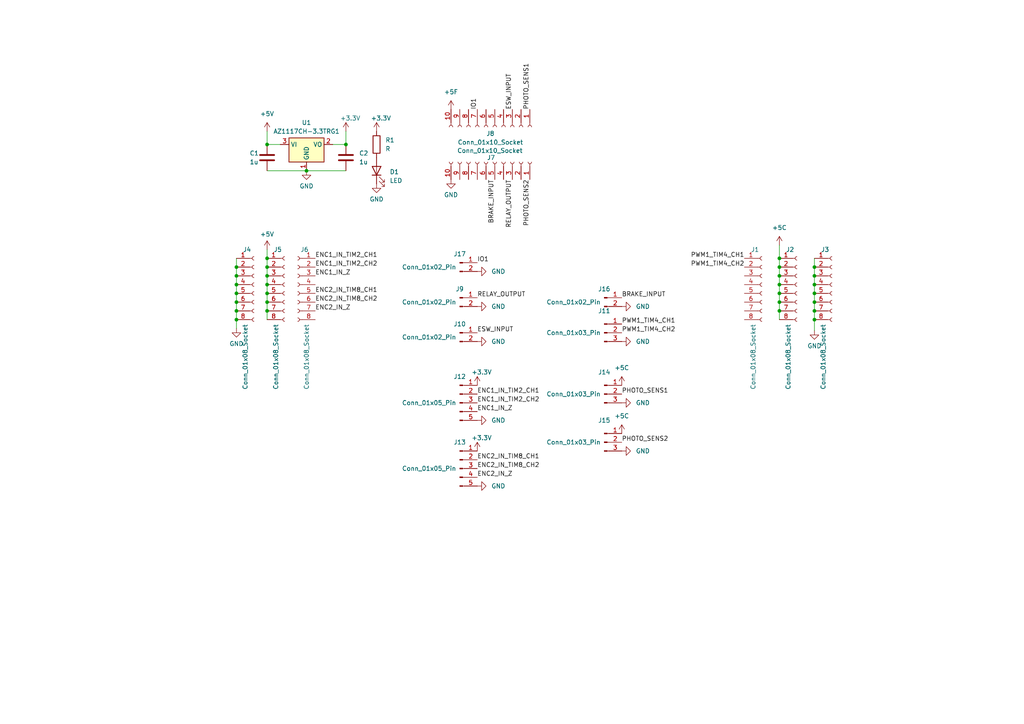
<source format=kicad_sch>
(kicad_sch (version 20230121) (generator eeschema)
  (paper "A4")
  (lib_symbols
    (symbol "Connector:Conn_01x02_Pin" (pin_names (offset 1.016) hide)
      (property "Reference" "J" (at 0 2.54 0))
      (property "Value" "Conn_01x02_Pin" (at 0 -5.08 0))
      (symbol "Conn_01x02_Pin_1_1"
        (polyline (pts (xy 1.27 -2.54) (xy 0.8636 -2.54)) (stroke (width 0.1524)))
        (polyline (pts (xy 1.27 0) (xy 0.8636 0)) (stroke (width 0.1524)))
        (rectangle (start 0.8636 -2.413) (end 0 -2.667) (stroke (width 0.1524)) (fill (type outline)))
        (rectangle (start 0.8636 0.127) (end 0 -0.127) (stroke (width 0.1524)) (fill (type outline)))
        (pin passive line (at 5.08 0 180) (length 3.81) (name "Pin_1") (number "1"))
        (pin passive line (at 5.08 -2.54 180) (length 3.81) (name "Pin_2") (number "2"))
      )
    )
    (symbol "Connector:Conn_01x03_Pin" (pin_names (offset 1.016) hide)
      (property "Reference" "J" (at 0 5.08 0))
      (property "Value" "Conn_01x03_Pin" (at 0 -5.08 0))
      (symbol "Conn_01x03_Pin_1_1"
        (polyline (pts (xy 1.27 -2.54) (xy 0.8636 -2.54)) (stroke (width 0.1524)))
        (polyline (pts (xy 1.27 0) (xy 0.8636 0)) (stroke (width 0.1524)))
        (polyline (pts (xy 1.27 2.54) (xy 0.8636 2.54)) (stroke (width 0.1524)))
        (rectangle (start 0.8636 -2.413) (end 0 -2.667) (stroke (width 0.1524)) (fill (type outline)))
        (rectangle (start 0.8636 0.127) (end 0 -0.127) (stroke (width 0.1524)) (fill (type outline)))
        (rectangle (start 0.8636 2.667) (end 0 2.413) (stroke (width 0.1524)) (fill (type outline)))
        (pin passive line (at 5.08 2.54 180) (length 3.81) (name "Pin_1") (number "1"))
        (pin passive line (at 5.08 0 180) (length 3.81) (name "Pin_2") (number "2"))
        (pin passive line (at 5.08 -2.54 180) (length 3.81) (name "Pin_3") (number "3"))
      )
    )
    (symbol "Connector:Conn_01x05_Pin" (pin_names (offset 1.016) hide)
      (property "Reference" "J" (at 0 7.62 0))
      (property "Value" "Conn_01x05_Pin" (at 0 -7.62 0))
      (symbol "Conn_01x05_Pin_1_1"
        (polyline (pts (xy 1.27 -5.08) (xy 0.8636 -5.08)) (stroke (width 0.1524)))
        (polyline (pts (xy 1.27 -2.54) (xy 0.8636 -2.54)) (stroke (width 0.1524)))
        (polyline (pts (xy 1.27 0) (xy 0.8636 0)) (stroke (width 0.1524)))
        (polyline (pts (xy 1.27 2.54) (xy 0.8636 2.54)) (stroke (width 0.1524)))
        (polyline (pts (xy 1.27 5.08) (xy 0.8636 5.08)) (stroke (width 0.1524)))
        (rectangle (start 0.8636 -4.953) (end 0 -5.207) (stroke (width 0.1524)) (fill (type outline)))
        (rectangle (start 0.8636 -2.413) (end 0 -2.667) (stroke (width 0.1524)) (fill (type outline)))
        (rectangle (start 0.8636 0.127) (end 0 -0.127) (stroke (width 0.1524)) (fill (type outline)))
        (rectangle (start 0.8636 2.667) (end 0 2.413) (stroke (width 0.1524)) (fill (type outline)))
        (rectangle (start 0.8636 5.207) (end 0 4.953) (stroke (width 0.1524)) (fill (type outline)))
        (pin passive line (at 5.08 5.08 180) (length 3.81) (name "Pin_1") (number "1"))
        (pin passive line (at 5.08 2.54 180) (length 3.81) (name "Pin_2") (number "2"))
        (pin passive line (at 5.08 0 180) (length 3.81) (name "Pin_3") (number "3"))
        (pin passive line (at 5.08 -2.54 180) (length 3.81) (name "Pin_4") (number "4"))
        (pin passive line (at 5.08 -5.08 180) (length 3.81) (name "Pin_5") (number "5"))
      )
    )
    (symbol "Connector:Conn_01x08_Socket" (pin_names (offset 1.016) hide)
      (property "Reference" "J" (at 0 10.16 0))
      (property "Value" "Conn_01x08_Socket" (at 0 -12.7 0))
      (symbol "Conn_01x08_Socket_1_1"
        (arc (start 0 -9.652) (mid -0.5058 -10.16) (end 0 -10.668) (stroke (width 0.1524)))
        (arc (start 0 -7.112) (mid -0.5058 -7.62) (end 0 -8.128) (stroke (width 0.1524)))
        (arc (start 0 -4.572) (mid -0.5058 -5.08) (end 0 -5.588) (stroke (width 0.1524)))
        (arc (start 0 -2.032) (mid -0.5058 -2.54) (end 0 -3.048) (stroke (width 0.1524)))
        (polyline (pts (xy -1.27 -10.16) (xy -0.508 -10.16)) (stroke (width 0.1524)))
        (polyline (pts (xy -1.27 -7.62) (xy -0.508 -7.62)) (stroke (width 0.1524)))
        (polyline (pts (xy -1.27 -5.08) (xy -0.508 -5.08)) (stroke (width 0.1524)))
        (polyline (pts (xy -1.27 -2.54) (xy -0.508 -2.54)) (stroke (width 0.1524)))
        (polyline (pts (xy -1.27 0) (xy -0.508 0)) (stroke (width 0.1524)))
        (polyline (pts (xy -1.27 2.54) (xy -0.508 2.54)) (stroke (width 0.1524)))
        (polyline (pts (xy -1.27 5.08) (xy -0.508 5.08)) (stroke (width 0.1524)))
        (polyline (pts (xy -1.27 7.62) (xy -0.508 7.62)) (stroke (width 0.1524)))
        (arc (start 0 0.508) (mid -0.5058 0) (end 0 -0.508) (stroke (width 0.1524)))
        (arc (start 0 3.048) (mid -0.5058 2.54) (end 0 2.032) (stroke (width 0.1524)))
        (arc (start 0 5.588) (mid -0.5058 5.08) (end 0 4.572) (stroke (width 0.1524)))
        (arc (start 0 8.128) (mid -0.5058 7.62) (end 0 7.112) (stroke (width 0.1524)))
        (pin passive line (at -5.08 7.62 0) (length 3.81) (name "Pin_1") (number "1"))
        (pin passive line (at -5.08 5.08 0) (length 3.81) (name "Pin_2") (number "2"))
        (pin passive line (at -5.08 2.54 0) (length 3.81) (name "Pin_3") (number "3"))
        (pin passive line (at -5.08 0 0) (length 3.81) (name "Pin_4") (number "4"))
        (pin passive line (at -5.08 -2.54 0) (length 3.81) (name "Pin_5") (number "5"))
        (pin passive line (at -5.08 -5.08 0) (length 3.81) (name "Pin_6") (number "6"))
        (pin passive line (at -5.08 -7.62 0) (length 3.81) (name "Pin_7") (number "7"))
        (pin passive line (at -5.08 -10.16 0) (length 3.81) (name "Pin_8") (number "8"))
      )
    )
    (symbol "Connector:Conn_01x10_Socket" (pin_names (offset 1.016) hide)
      (property "Reference" "J" (at 0 12.7 0))
      (property "Value" "Conn_01x10_Socket" (at 0 -15.24 0))
      (symbol "Conn_01x10_Socket_1_1"
        (arc (start 0 -12.192) (mid -0.5058 -12.7) (end 0 -13.208) (stroke (width 0.1524)))
        (arc (start 0 -9.652) (mid -0.5058 -10.16) (end 0 -10.668) (stroke (width 0.1524)))
        (arc (start 0 -7.112) (mid -0.5058 -7.62) (end 0 -8.128) (stroke (width 0.1524)))
        (arc (start 0 -4.572) (mid -0.5058 -5.08) (end 0 -5.588) (stroke (width 0.1524)))
        (arc (start 0 -2.032) (mid -0.5058 -2.54) (end 0 -3.048) (stroke (width 0.1524)))
        (polyline (pts (xy -1.27 -12.7) (xy -0.508 -12.7)) (stroke (width 0.1524)))
        (polyline (pts (xy -1.27 -10.16) (xy -0.508 -10.16)) (stroke (width 0.1524)))
        (polyline (pts (xy -1.27 -7.62) (xy -0.508 -7.62)) (stroke (width 0.1524)))
        (polyline (pts (xy -1.27 -5.08) (xy -0.508 -5.08)) (stroke (width 0.1524)))
        (polyline (pts (xy -1.27 -2.54) (xy -0.508 -2.54)) (stroke (width 0.1524)))
        (polyline (pts (xy -1.27 0) (xy -0.508 0)) (stroke (width 0.1524)))
        (polyline (pts (xy -1.27 2.54) (xy -0.508 2.54)) (stroke (width 0.1524)))
        (polyline (pts (xy -1.27 5.08) (xy -0.508 5.08)) (stroke (width 0.1524)))
        (polyline (pts (xy -1.27 7.62) (xy -0.508 7.62)) (stroke (width 0.1524)))
        (polyline (pts (xy -1.27 10.16) (xy -0.508 10.16)) (stroke (width 0.1524)))
        (arc (start 0 0.508) (mid -0.5058 0) (end 0 -0.508) (stroke (width 0.1524)))
        (arc (start 0 3.048) (mid -0.5058 2.54) (end 0 2.032) (stroke (width 0.1524)))
        (arc (start 0 5.588) (mid -0.5058 5.08) (end 0 4.572) (stroke (width 0.1524)))
        (arc (start 0 8.128) (mid -0.5058 7.62) (end 0 7.112) (stroke (width 0.1524)))
        (arc (start 0 10.668) (mid -0.5058 10.16) (end 0 9.652) (stroke (width 0.1524)))
        (pin passive line (at -5.08 10.16 0) (length 3.81) (name "Pin_1") (number "1"))
        (pin passive line (at -5.08 -12.7 0) (length 3.81) (name "Pin_10") (number "10"))
        (pin passive line (at -5.08 7.62 0) (length 3.81) (name "Pin_2") (number "2"))
        (pin passive line (at -5.08 5.08 0) (length 3.81) (name "Pin_3") (number "3"))
        (pin passive line (at -5.08 2.54 0) (length 3.81) (name "Pin_4") (number "4"))
        (pin passive line (at -5.08 0 0) (length 3.81) (name "Pin_5") (number "5"))
        (pin passive line (at -5.08 -2.54 0) (length 3.81) (name "Pin_6") (number "6"))
        (pin passive line (at -5.08 -5.08 0) (length 3.81) (name "Pin_7") (number "7"))
        (pin passive line (at -5.08 -7.62 0) (length 3.81) (name "Pin_8") (number "8"))
        (pin passive line (at -5.08 -10.16 0) (length 3.81) (name "Pin_9") (number "9"))
      )
    )
    (symbol "Device:C" (pin_numbers hide) (pin_names (offset 0.254))
      (property "Reference" "C" (at 0.635 2.54 0))
      (property "Value" "C" (at 0.635 -2.54 0))
      (symbol "C_0_1"
        (polyline (pts (xy -2.032 -0.762) (xy 2.032 -0.762)) (stroke (width 0.508)))
        (polyline (pts (xy -2.032 0.762) (xy 2.032 0.762)) (stroke (width 0.508)))
      )
      (symbol "C_1_1"
        (pin passive line (at 0 3.81 270) (length 2.794) (name "~") (number "1"))
        (pin passive line (at 0 -3.81 90) (length 2.794) (name "~") (number "2"))
      )
    )
    (symbol "Device:LED" (pin_numbers hide) (pin_names (offset 1.016) hide)
      (property "Reference" "D" (at 0 2.54 0))
      (property "Value" "LED" (at 0 -2.54 0))
      (symbol "LED_0_1"
        (polyline (pts (xy -1.27 -1.27) (xy -1.27 1.27)) (stroke (width 0.254)))
        (polyline (pts (xy -1.27 0) (xy 1.27 0)))
        (polyline (pts (xy 1.27 -1.27) (xy 1.27 1.27) (xy -1.27 0) (xy 1.27 -1.27)) (stroke (width 0.254)))
        (polyline (pts (xy -3.048 -0.762) (xy -4.572 -2.286) (xy -3.81 -2.286) (xy -4.572 -2.286) (xy -4.572 -1.524)))
        (polyline (pts (xy -1.778 -0.762) (xy -3.302 -2.286) (xy -2.54 -2.286) (xy -3.302 -2.286) (xy -3.302 -1.524)))
      )
      (symbol "LED_1_1"
        (pin passive line (at -3.81 0 0) (length 2.54) (name "K") (number "1"))
        (pin passive line (at 3.81 0 180) (length 2.54) (name "A") (number "2"))
      )
    )
    (symbol "Device:R" (pin_numbers hide) (pin_names (offset 0))
      (property "Reference" "R" (at 2.032 0 90))
      (property "Value" "R" (at 0 0 90))
      (symbol "R_0_1"
        (rectangle (start -1.016 -2.54) (end 1.016 2.54) (stroke (width 0.254)))
      )
      (symbol "R_1_1"
        (pin passive line (at 0 3.81 270) (length 1.27) (name "~") (number "1"))
        (pin passive line (at 0 -3.81 90) (length 1.27) (name "~") (number "2"))
      )
    )
    (symbol "Regulator_Linear:AMS1117-3.3"
      (property "Reference" "U" (at -3.81 3.175 0))
      (property "Value" "AMS1117-3.3" (at 0 3.175 0))
      (symbol "AMS1117-3.3_0_1"
        (rectangle (start -5.08 -5.08) (end 5.08 1.905) (stroke (width 0.254)) (fill (type background)))
      )
      (symbol "AMS1117-3.3_1_1"
        (pin power_in line (at 0 -7.62 90) (length 2.54) (name "GND") (number "1"))
        (pin power_out line (at 7.62 0 180) (length 2.54) (name "VO") (number "2"))
        (pin power_in line (at -7.62 0 0) (length 2.54) (name "VI") (number "3"))
      )
    )
    (symbol "power:+3.3V" (power) (pin_names (offset 0))
      (property "Value" "+3.3V" (at 0 3.556 0))
      (symbol "+3.3V_0_1"
        (polyline (pts (xy -0.762 1.27) (xy 0 2.54)))
        (polyline (pts (xy 0 0) (xy 0 2.54)))
        (polyline (pts (xy 0 2.54) (xy 0.762 1.27)))
      )
      (symbol "+3.3V_1_1"
        (pin power_in line (at 0 0 90) (length 0) hide (name "+3.3V") (number "1"))
      )
    )
    (symbol "power:+5C" (power) (pin_names (offset 0))
      (property "Value" "+5C" (at 0 3.556 0))
      (symbol "+5C_0_1"
        (polyline (pts (xy -0.762 1.27) (xy 0 2.54)))
        (polyline (pts (xy 0 0) (xy 0 2.54)))
        (polyline (pts (xy 0 2.54) (xy 0.762 1.27)))
      )
      (symbol "+5C_1_1"
        (pin power_in line (at 0 0 90) (length 0) hide (name "+5C") (number "1"))
      )
    )
    (symbol "power:+5F" (power) (pin_names (offset 0))
      (property "Value" "+5F" (at 0 3.556 0))
      (symbol "+5F_0_1"
        (polyline (pts (xy -0.762 1.27) (xy 0 2.54)))
        (polyline (pts (xy 0 0) (xy 0 2.54)))
        (polyline (pts (xy 0 2.54) (xy 0.762 1.27)))
      )
      (symbol "+5F_1_1"
        (pin power_in line (at 0 0 90) (length 0) hide (name "+5F") (number "1"))
      )
    )
    (symbol "power:+5V" (power) (pin_names (offset 0))
      (property "Value" "+5V" (at 0 3.556 0))
      (symbol "+5V_0_1"
        (polyline (pts (xy -0.762 1.27) (xy 0 2.54)))
        (polyline (pts (xy 0 0) (xy 0 2.54)))
        (polyline (pts (xy 0 2.54) (xy 0.762 1.27)))
      )
      (symbol "+5V_1_1"
        (pin power_in line (at 0 0 90) (length 0) hide (name "+5V") (number "1"))
      )
    )
    (symbol "power:GND" (power) (pin_names (offset 0))
      (property "Value" "GND" (at 0 -3.81 0))
      (symbol "GND_0_1"
        (polyline (pts (xy 0 0) (xy 0 -1.27) (xy 1.27 -1.27) (xy 0 -2.54) (xy -1.27 -1.27) (xy 0 -1.27)))
      )
      (symbol "GND_1_1"
        (pin power_in line (at 0 0 270) (length 0) hide (name "GND") (number "1"))
      )
    )
  )
  (junction (at 236.22 80.01))
  (junction (at 88.9 49.53))
  (junction (at 236.22 82.55))
  (junction (at 77.47 74.93))
  (junction (at 68.58 85.09))
  (junction (at 236.22 77.47))
  (junction (at 226.06 77.47))
  (junction (at 77.47 85.09))
  (junction (at 226.06 90.17))
  (junction (at 226.06 80.01))
  (junction (at 77.47 80.01))
  (junction (at 236.22 90.17))
  (junction (at 226.06 74.93))
  (junction (at 236.22 92.71))
  (junction (at 226.06 82.55))
  (junction (at 68.58 80.01))
  (junction (at 77.47 77.47))
  (junction (at 226.06 85.09))
  (junction (at 77.47 90.17))
  (junction (at 236.22 87.63))
  (junction (at 68.58 92.71))
  (junction (at 68.58 90.17))
  (junction (at 77.47 41.91))
  (junction (at 68.58 82.55))
  (junction (at 77.47 87.63))
  (junction (at 68.58 87.63))
  (junction (at 100.33 41.91))
  (junction (at 236.22 85.09))
  (junction (at 77.47 82.55))
  (junction (at 68.58 77.47))
  (junction (at 226.06 87.63))
  (wire (pts (xy 68.58 74.93) (xy 68.58 77.47)))
  (wire (pts (xy 68.58 87.63) (xy 68.58 90.17)))
  (wire (pts (xy 226.06 90.17) (xy 226.06 92.71)))
  (wire (pts (xy 236.22 87.63) (xy 236.22 90.17)))
  (wire (pts (xy 77.47 38.1) (xy 77.47 41.91)))
  (wire (pts (xy 236.22 82.55) (xy 236.22 85.09)))
  (wire (pts (xy 226.06 85.09) (xy 226.06 87.63)))
  (wire (pts (xy 88.9 49.53) (xy 100.33 49.53)))
  (wire (pts (xy 77.47 74.93) (xy 77.47 77.47)))
  (wire (pts (xy 226.06 82.55) (xy 226.06 85.09)))
  (wire (pts (xy 68.58 90.17) (xy 68.58 92.71)))
  (wire (pts (xy 236.22 77.47) (xy 236.22 80.01)))
  (wire (pts (xy 226.06 87.63) (xy 226.06 90.17)))
  (wire (pts (xy 77.47 74.93) (xy 77.47 72.39)))
  (wire (pts (xy 77.47 77.47) (xy 77.47 80.01)))
  (wire (pts (xy 68.58 92.71) (xy 68.58 95.25)))
  (wire (pts (xy 77.47 90.17) (xy 77.47 87.63)))
  (wire (pts (xy 68.58 77.47) (xy 68.58 80.01)))
  (wire (pts (xy 226.06 74.93) (xy 226.06 77.47)))
  (wire (pts (xy 226.06 77.47) (xy 226.06 80.01)))
  (wire (pts (xy 236.22 90.17) (xy 236.22 92.71)))
  (wire (pts (xy 96.52 41.91) (xy 100.33 41.91)))
  (wire (pts (xy 236.22 92.71) (xy 236.22 95.885)))
  (wire (pts (xy 236.22 85.09) (xy 236.22 87.63)))
  (wire (pts (xy 226.06 71.12) (xy 226.06 74.93)))
  (wire (pts (xy 100.33 41.91) (xy 100.33 38.1)))
  (wire (pts (xy 77.47 90.17) (xy 77.47 92.71)))
  (wire (pts (xy 77.47 87.63) (xy 77.47 85.09)))
  (wire (pts (xy 236.22 74.93) (xy 236.22 77.47)))
  (wire (pts (xy 77.47 85.09) (xy 77.47 82.55)))
  (wire (pts (xy 226.06 80.01) (xy 226.06 82.55)))
  (wire (pts (xy 68.58 82.55) (xy 68.58 85.09)))
  (wire (pts (xy 68.58 85.09) (xy 68.58 87.63)))
  (wire (pts (xy 236.22 80.01) (xy 236.22 82.55)))
  (wire (pts (xy 68.58 80.01) (xy 68.58 82.55)))
  (wire (pts (xy 77.47 80.01) (xy 77.47 82.55)))
  (wire (pts (xy 77.47 49.53) (xy 88.9 49.53)))
  (wire (pts (xy 77.47 41.91) (xy 81.28 41.91)))
  (label "ENC2_IN_Z" (at 138.43 138.43 0))
  (label "ENC2_IN_Z" (at 91.44 90.17 0))
  (label "IO1" (at 138.43 76.2 0))
  (label "PHOTO_SENS2" (at 180.34 128.27 0))
  (label "ENC2_IN_TIM8_CH2" (at 138.43 135.89 0))
  (label "ENC2_IN_TIM8_CH2" (at 91.44 87.63 0))
  (label "RELAY_OUTPUT" (at 148.59 52.07 270))
  (label "PWM1_TIM4_CH1" (at 215.9 74.93 180))
  (label "ESW_INPUT" (at 138.43 96.52 0))
  (label "ENC1_IN_TIM2_CH1" (at 91.44 74.93 0))
  (label "ESW_INPUT" (at 148.59 31.75 90))
  (label "BRAKE_INPUT" (at 180.34 86.36 0))
  (label "ENC1_IN_Z" (at 138.43 119.38 0))
  (label "PHOTO_SENS1" (at 180.34 114.3 0))
  (label "ENC1_IN_TIM2_CH1" (at 138.43 114.3 0))
  (label "ENC1_IN_TIM2_CH2" (at 138.43 116.84 0))
  (label "ENC1_IN_TIM2_CH2" (at 91.44 77.47 0))
  (label "PWM1_TIM4_CH2" (at 215.9 77.47 180))
  (label "IO1" (at 138.43 31.75 90))
  (label "ENC1_IN_Z" (at 91.44 80.01 0))
  (label "PWM1_TIM4_CH2" (at 180.34 96.52 0))
  (label "ENC2_IN_TIM8_CH1" (at 138.43 133.35 0))
  (label "PHOTO_SENS1" (at 153.67 31.75 90))
  (label "PWM1_TIM4_CH1" (at 180.34 93.98 0))
  (label "BRAKE_INPUT" (at 143.51 52.07 270))
  (label "PHOTO_SENS2" (at 153.67 52.07 270))
  (label "ENC2_IN_TIM8_CH1" (at 91.44 85.09 0))
  (label "RELAY_OUTPUT" (at 138.43 86.36 0))
  (symbol (lib_id "power:+5V") (at 77.47 38.1 0) (unit 1)
    (property "Reference" "#PWR014" (effects hide))
    (property "Value" "+5V" (at 77.47 33.02 0))
  )
  (symbol (lib_id "power:GND") (at 180.34 88.9 90) (unit 1)
    (property "Reference" "#PWR023" (effects hide))
    (property "Value" "GND" (at 184.404 88.9 90) (effects (justify right)))
  )
  (symbol (lib_id "power:+3.3V") (at 100.33 38.1 0) (unit 1)
    (property "Reference" "#PWR015" (effects hide))
    (property "Value" "+3.3V" (at 101.6 34.29 0))
  )
  (symbol (lib_id "Device:C") (at 100.33 45.72 0) (unit 1)
    (property "Reference" "C2" (at 104.14 44.45 0) (effects (justify left)))
    (property "Value" "1u" (at 104.14 46.99 0) (effects (justify left)))
    (property "Footprint" "Capacitor_SMD:C_0402_1005Metric" (effects hide))
  )
  (symbol (lib_id "Connector:Conn_01x08_Socket") (at 73.66 82.55 0) (unit 1)
    (property "Reference" "J4" (at 70.485 72.39 0) (effects (justify left)))
    (property "Value" "Conn_01x08_Socket" (at 71.12 113.03 90) (effects (justify left)))
    (property "Footprint" "Connector_PinHeader_2.54mm:PinHeader_1x08_P2.54mm_Vertical" (effects hide))
  )
  (symbol (lib_id "Connector:Conn_01x03_Pin") (at 175.26 114.3 0) (unit 1)
    (property "Reference" "J14" (at 175.26 107.95 0))
    (property "Value" "Conn_01x03_Pin" (at 166.37 114.3 0))
    (property "Footprint" "Connector_JST:JST_XH_B3B-XH-A_1x03_P2.50mm_Vertical" (effects hide))
  )
  (symbol (lib_id "power:GND") (at 138.43 121.92 90) (unit 1)
    (property "Reference" "#PWR09" (effects hide))
    (property "Value" "GND" (at 142.494 121.92 90) (effects (justify right)))
  )
  (symbol (lib_id "Regulator_Linear:AMS1117-3.3") (at 88.9 41.91 0) (unit 1)
    (property "Reference" "U1" (at 88.9 35.56 0))
    (property "Value" "AZ1117CH-3.3TRG1" (at 88.9 38.1 0))
    (property "Footprint" "Package_TO_SOT_SMD:SOT-223-3_TabPin2" (effects hide))
    (property "Datasheet" "https://akizukidenshi.com/download/ds/diodeinc/AZ1117C.pdf" (effects hide))
    (property "order_URL" "https://akizukidenshi.com/catalog/g/gI-16155/" (effects hide))
  )
  (symbol (lib_id "power:GND") (at 138.43 78.74 90) (unit 1)
    (property "Reference" "#PWR021" (effects hide))
    (property "Value" "GND" (at 142.494 78.74 90) (effects (justify right)))
  )
  (symbol (lib_id "power:GND") (at 180.34 99.06 90) (unit 1)
    (property "Reference" "#PWR011" (effects hide))
    (property "Value" "GND" (at 184.404 99.06 90) (effects (justify right)))
  )
  (symbol (lib_id "Connector:Conn_01x08_Socket") (at 86.36 82.55 0) (mirror y) (unit 1)
    (property "Reference" "J6" (at 89.535 72.39 0) (effects (justify left)))
    (property "Value" "Conn_01x08_Socket" (at 88.9 113.03 90) (effects (justify left)))
    (property "Footprint" "Connector_PinHeader_2.54mm:PinHeader_1x08_P2.54mm_Vertical" (effects hide))
  )
  (symbol (lib_id "Connector:Conn_01x08_Socket") (at 82.55 82.55 0) (unit 1)
    (property "Reference" "J5" (at 79.375 72.39 0) (effects (justify left)))
    (property "Value" "Conn_01x08_Socket" (at 80.01 113.03 90) (effects (justify left)))
    (property "Footprint" "Connector_PinHeader_2.54mm:PinHeader_1x08_P2.54mm_Vertical" (effects hide))
  )
  (symbol (lib_id "power:+3.3V") (at 138.43 111.76 0) (unit 1)
    (property "Reference" "#PWR012" (effects hide))
    (property "Value" "+3.3V" (at 139.7 107.95 0))
  )
  (symbol (lib_id "power:GND") (at 236.22 95.885 0) (unit 1)
    (property "Reference" "#PWR01" (effects hide))
    (property "Value" "GND" (at 236.22 100.33 0))
  )
  (symbol (lib_id "power:+5C") (at 226.06 71.12 0) (unit 1)
    (property "Reference" "#PWR024" (effects hide))
    (property "Value" "+5C" (at 226.06 66.04 0))
  )
  (symbol (lib_id "Connector:Conn_01x10_Socket") (at 143.51 46.99 270) (mirror x) (unit 1)
    (property "Reference" "J7" (at 141.224 45.72 90) (effects (justify left)))
    (property "Value" "Conn_01x10_Socket" (at 132.588 43.688 90) (effects (justify left)))
    (property "Footprint" "Connector_PinHeader_2.54mm:PinHeader_1x10_P2.54mm_Vertical" (effects hide))
  )
  (symbol (lib_id "Connector:Conn_01x03_Pin") (at 175.26 128.27 0) (unit 1)
    (property "Reference" "J15" (at 175.26 121.92 0))
    (property "Value" "Conn_01x03_Pin" (at 166.37 128.27 0))
    (property "Footprint" "Connector_JST:JST_XH_B3B-XH-A_1x03_P2.50mm_Vertical" (effects hide))
  )
  (symbol (lib_id "Connector:Conn_01x03_Pin") (at 175.26 96.52 0) (unit 1)
    (property "Reference" "J11" (at 175.26 90.17 0))
    (property "Value" "Conn_01x03_Pin" (at 166.37 96.52 0))
    (property "Footprint" "Connector_JST:JST_XH_B3B-XH-A_1x03_P2.50mm_Vertical" (effects hide))
  )
  (symbol (lib_id "power:GND") (at 109.22 53.34 0) (unit 1)
    (property "Reference" "#PWR018" (effects hide))
    (property "Value" "GND" (at 109.22 57.785 0))
  )
  (symbol (lib_id "Connector:Conn_01x05_Pin") (at 133.35 116.84 0) (unit 1)
    (property "Reference" "J12" (at 133.35 109.22 0))
    (property "Value" "Conn_01x05_Pin" (at 124.46 116.84 0))
    (property "Footprint" "Connector_JST:JST_XH_B5B-XH-A_1x05_P2.50mm_Vertical" (effects hide))
  )
  (symbol (lib_id "Device:R") (at 109.22 41.91 0) (unit 1)
    (property "Reference" "R1" (at 111.76 40.64 0) (effects (justify left)))
    (property "Value" "R" (at 111.76 43.18 0) (effects (justify left)))
    (property "Footprint" "Resistor_SMD:R_0402_1005Metric" (effects hide))
  )
  (symbol (lib_id "Connector:Conn_01x02_Pin") (at 133.35 96.52 0) (unit 1)
    (property "Reference" "J10" (at 133.35 93.98 0))
    (property "Value" "Conn_01x02_Pin" (at 124.46 97.79 0))
    (property "Footprint" "Connector_JST:JST_XH_B2B-XH-A_1x02_P2.50mm_Vertical" (effects hide))
  )
  (symbol (lib_id "power:GND") (at 180.34 116.84 90) (unit 1)
    (property "Reference" "#PWR019" (effects hide))
    (property "Value" "GND" (at 184.404 116.84 90) (effects (justify right)))
  )
  (symbol (lib_id "power:+5V") (at 77.47 72.39 0) (unit 1)
    (property "Reference" "#PWR03" (effects hide))
    (property "Value" "+5V" (at 77.47 67.945 0))
  )
  (symbol (lib_id "Connector:Conn_01x05_Pin") (at 133.35 135.89 0) (unit 1)
    (property "Reference" "J13" (at 133.35 128.27 0))
    (property "Value" "Conn_01x05_Pin" (at 124.46 135.89 0))
    (property "Footprint" "Connector_JST:JST_XH_B5B-XH-A_1x05_P2.50mm_Vertical" (effects hide))
  )
  (symbol (lib_id "power:+5C") (at 180.34 125.73 0) (unit 1)
    (property "Reference" "#PWR05" (effects hide))
    (property "Value" "+5C" (at 180.34 120.65 0))
  )
  (symbol (lib_id "power:+3.3V") (at 138.43 130.81 0) (unit 1)
    (property "Reference" "#PWR013" (effects hide))
    (property "Value" "+3.3V" (at 139.7 127 0))
  )
  (symbol (lib_id "power:GND") (at 180.34 130.81 90) (unit 1)
    (property "Reference" "#PWR020" (effects hide))
    (property "Value" "GND" (at 184.404 130.81 90) (effects (justify right)))
  )
  (symbol (lib_id "Device:C") (at 77.47 45.72 0) (unit 1)
    (property "Reference" "C1" (at 72.39 44.45 0) (effects (justify left)))
    (property "Value" "1u" (at 72.39 46.99 0) (effects (justify left)))
    (property "Footprint" "Capacitor_SMD:C_0402_1005Metric" (effects hide))
  )
  (symbol (lib_id "power:GND") (at 68.58 95.25 0) (unit 1)
    (property "Reference" "#PWR02" (effects hide))
    (property "Value" "GND" (at 68.58 99.695 0))
  )
  (symbol (lib_id "power:+5F") (at 130.81 31.75 0) (unit 1)
    (property "Reference" "#PWR025" (effects hide))
    (property "Value" "+5F" (at 130.81 26.67 0))
  )
  (symbol (lib_id "power:GND") (at 138.43 140.97 90) (unit 1)
    (property "Reference" "#PWR010" (effects hide))
    (property "Value" "GND" (at 142.494 140.97 90) (effects (justify right)))
  )
  (symbol (lib_id "Connector:Conn_01x02_Pin") (at 175.26 86.36 0) (unit 1)
    (property "Reference" "J16" (at 175.26 83.82 0))
    (property "Value" "Conn_01x02_Pin" (at 166.37 87.63 0))
    (property "Footprint" "Connector_JST:JST_XH_B2B-XH-A_1x02_P2.50mm_Vertical" (effects hide))
  )
  (symbol (lib_id "power:GND") (at 138.43 99.06 90) (unit 1)
    (property "Reference" "#PWR08" (effects hide))
    (property "Value" "GND" (at 142.494 99.06 90) (effects (justify right)))
  )
  (symbol (lib_id "Connector:Conn_01x02_Pin") (at 133.35 76.2 0) (unit 1)
    (property "Reference" "J17" (at 133.35 73.66 0))
    (property "Value" "Conn_01x02_Pin" (at 124.46 77.47 0))
    (property "Footprint" "Connector_JST:JST_XH_B2B-XH-A_1x02_P2.50mm_Vertical" (effects hide))
  )
  (symbol (lib_id "Connector:Conn_01x02_Pin") (at 133.35 86.36 0) (unit 1)
    (property "Reference" "J9" (at 133.35 83.82 0))
    (property "Value" "Conn_01x02_Pin" (at 124.46 87.63 0))
    (property "Footprint" "Connector_JST:JST_XH_B2B-XH-A_1x02_P2.50mm_Vertical" (effects hide))
  )
  (symbol (lib_id "Connector:Conn_01x10_Socket") (at 143.51 36.83 270) (unit 1)
    (property "Reference" "J8" (at 142.24 38.735 90))
    (property "Value" "Conn_01x10_Socket" (at 142.24 41.275 90))
    (property "Footprint" "Connector_PinHeader_2.54mm:PinHeader_1x10_P2.54mm_Vertical" (effects hide))
  )
  (symbol (lib_id "Connector:Conn_01x08_Socket") (at 241.3 82.55 0) (unit 1)
    (property "Reference" "J3" (at 238.125 72.39 0) (effects (justify left)))
    (property "Value" "Conn_01x08_Socket" (at 238.76 113.03 90) (effects (justify left)))
    (property "Footprint" "Connector_PinHeader_2.54mm:PinHeader_1x08_P2.54mm_Vertical" (effects hide))
  )
  (symbol (lib_id "Connector:Conn_01x08_Socket") (at 220.98 82.55 0) (unit 1)
    (property "Reference" "J1" (at 217.805 72.39 0) (effects (justify left)))
    (property "Value" "Conn_01x08_Socket" (at 218.44 113.03 90) (effects (justify left)))
    (property "Footprint" "Connector_PinHeader_2.54mm:PinHeader_1x08_P2.54mm_Vertical" (effects hide))
  )
  (symbol (lib_id "power:GND") (at 138.43 88.9 90) (unit 1)
    (property "Reference" "#PWR07" (effects hide))
    (property "Value" "GND" (at 142.494 88.9 90) (effects (justify right)))
  )
  (symbol (lib_id "power:GND") (at 88.9 49.53 0) (unit 1)
    (property "Reference" "#PWR016" (effects hide))
    (property "Value" "GND" (at 88.9 53.975 0))
  )
  (symbol (lib_id "power:+3.3V") (at 109.22 38.1 0) (unit 1)
    (property "Reference" "#PWR017" (effects hide))
    (property "Value" "+3.3V" (at 110.49 34.29 0))
  )
  (symbol (lib_id "power:+5C") (at 180.34 111.76 0) (unit 1)
    (property "Reference" "#PWR04" (effects hide))
    (property "Value" "+5C" (at 180.34 106.68 0))
  )
  (symbol (lib_id "power:GND") (at 130.81 52.07 0) (unit 1)
    (property "Reference" "#PWR06" (effects hide))
    (property "Value" "GND" (at 130.81 56.515 0))
  )
  (symbol (lib_id "Connector:Conn_01x08_Socket") (at 231.14 82.55 0) (unit 1)
    (property "Reference" "J2" (at 227.965 72.39 0) (effects (justify left)))
    (property "Value" "Conn_01x08_Socket" (at 228.6 113.03 90) (effects (justify left)))
    (property "Footprint" "Connector_PinHeader_2.54mm:PinHeader_1x08_P2.54mm_Vertical" (effects hide))
  )
  (symbol (lib_id "Device:LED") (at 109.22 49.53 90) (unit 1)
    (property "Reference" "D1" (at 113.03 49.8475 90) (effects (justify right)))
    (property "Value" "LED" (at 113.03 52.3875 90) (effects (justify right)))
    (property "Footprint" "Diode_SMD:D_0603_1608Metric" (effects hide))
  )
)
</source>
